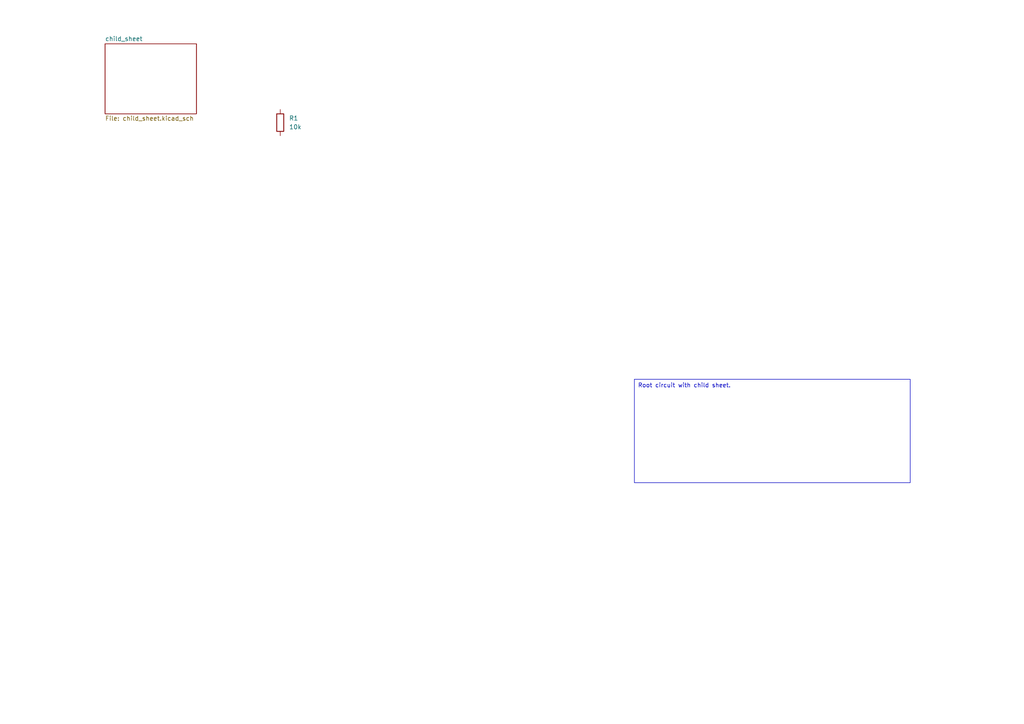
<source format=kicad_sch>
(kicad_sch (version 20250114) (generator "circuit_synth") (generator_version "0.8.36")
  (paper "A4")
  (title_block (title "hierarchical_circuit"))
  (lib_symbols
    (symbol "Device:R" (pin_numbers (hide yes)) (pin_names (offset 0))
      (property "Reference" "R" (at 2.032 0 90))
      (property "Value" "R" (at 0 0 90))
      (symbol "R_0_1"
        (rectangle (start -1.016 -2.54) (end 1.016 2.54) (stroke (width 0.254)))
      )
      (symbol "R_1_1"
        (pin passive line (at 0 3.81 270) (length 1.27) (name "~") (number "1"))
        (pin passive line (at 0 -3.81 90) (length 1.27) (name "~") (number "2"))
      )
    )
  )
  (symbol (lib_id "Device:R") (at 81.28 35.56 0) (unit 1)
    (property "Reference" "R1" (at 83.82 34.2899 0) (effects (justify left)))
    (property "Value" "10k" (at 83.82 36.8299 0) (effects (justify left)))
    (property "Footprint" "Resistor_SMD:R_0603_1608Metric" (effects (hide yes)))
    (property "hierarchy_path" "/f8c308df-7301-4895-bd91-062f0dcb21a2" (effects (hide yes)))
    (property "project_name" "hierarchical_circuit" (effects (hide yes)))
    (property "root_uuid" "f8c308df-7301-4895-bd91-062f0dcb21a2" (effects (hide yes)))
  )
  (text_box "Root circuit with child sheet." (at 184 110 0.0000) (size 80 30) (margins 1 1 1 1) (stroke (width 0.0000)) (effects (font (size 1.2 1.2)) (justify left top)))
  (sheet (at 30.48 12.7) (size 26.5 20.32) (stroke (width 0.1524))
    (property "Sheetname" "child_sheet" (at 30.48 11.9884 0) (effects (justify left bottom)))
    (property "Sheetfile" "child_sheet.kicad_sch" (at 30.48 33.6046 0) (effects (justify left top)))
  )
)
</source>
